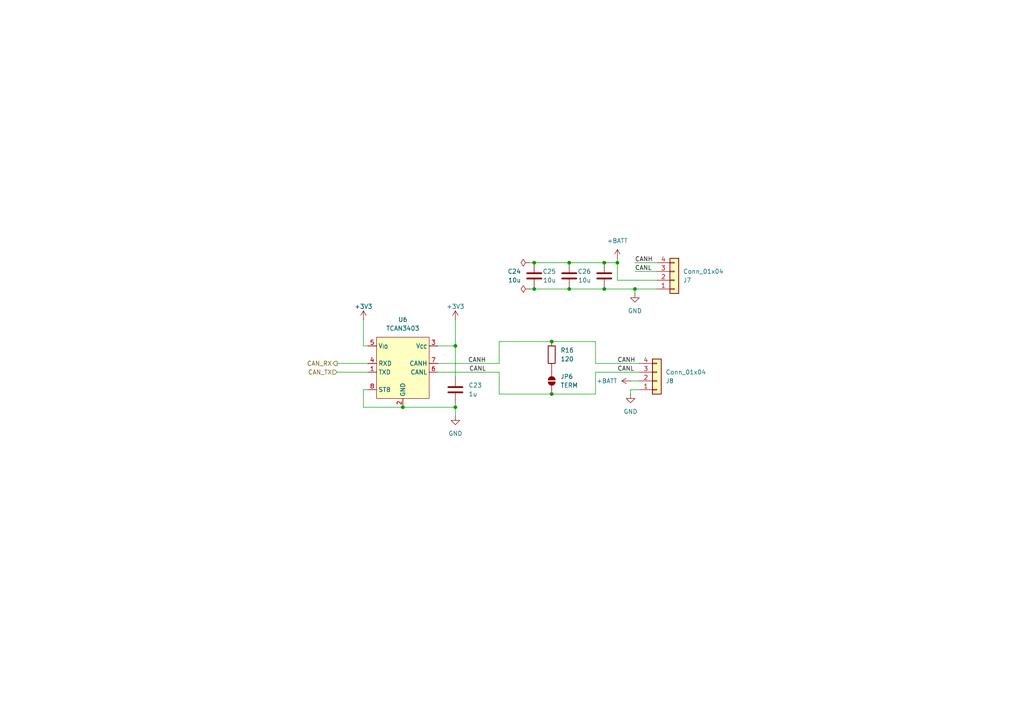
<source format=kicad_sch>
(kicad_sch (version 20250114) (generator "eeschema") (generator_version "9.0")
  (paper "A4")
  (title_block (title "CAN Interface") (date "2025-08-14") (rev "1.0") (company "Savo Bajic") (comment 1 "Pretty basic. eh?"))
  (lib_symbols
    (symbol "Connector_Generic:Conn_01x04" (pin_names (offset 1.016) (hide yes))
      (property "Reference" "J" (at 0 5.08 0))
      (property "Value" "Conn_01x04" (at 0 -7.62 0))
      (symbol "Conn_01x04_1_1"
        (rectangle (start -1.27 3.81) (end 1.27 -6.35) (stroke (width 0.254)) (fill (type background)))
        (rectangle (start -1.27 2.667) (end 0 2.413) (stroke (width 0.1524)))
        (rectangle (start -1.27 0.127) (end 0 -0.127) (stroke (width 0.1524)))
        (rectangle (start -1.27 -2.413) (end 0 -2.667) (stroke (width 0.1524)))
        (rectangle (start -1.27 -4.953) (end 0 -5.207) (stroke (width 0.1524)))
        (pin passive line (at -5.08 2.54 0) (length 3.81) (name "Pin_1") (number "1"))
        (pin passive line (at -5.08 0 0) (length 3.81) (name "Pin_2") (number "2"))
        (pin passive line (at -5.08 -2.54 0) (length 3.81) (name "Pin_3") (number "3"))
        (pin passive line (at -5.08 -5.08 0) (length 3.81) (name "Pin_4") (number "4"))
      )
    )
    (symbol "Device:C" (pin_numbers (hide yes)) (pin_names (offset 0.254))
      (property "Reference" "C" (at 0.635 2.54 0))
      (property "Value" "C" (at 0.635 -2.54 0))
      (symbol "C_0_1"
        (polyline (pts (xy -2.032 0.762) (xy 2.032 0.762)) (stroke (width 0.508)))
        (polyline (pts (xy -2.032 -0.762) (xy 2.032 -0.762)) (stroke (width 0.508)))
      )
      (symbol "C_1_1"
        (pin passive line (at 0 3.81 270) (length 2.794) (name "~") (number "1"))
        (pin passive line (at 0 -3.81 90) (length 2.794) (name "~") (number "2"))
      )
    )
    (symbol "Device:R" (pin_numbers (hide yes)) (pin_names (offset 0))
      (property "Reference" "R" (at 2.032 0 90))
      (property "Value" "R" (at 0 0 90))
      (symbol "R_0_1"
        (rectangle (start -1.016 -2.54) (end 1.016 2.54) (stroke (width 0.254)))
      )
      (symbol "R_1_1"
        (pin passive line (at 0 3.81 270) (length 1.27) (name "~") (number "1"))
        (pin passive line (at 0 -3.81 90) (length 1.27) (name "~") (number "2"))
      )
    )
    (symbol "Jumper:SolderJumper_2_Open" (pin_numbers (hide yes)) (pin_names (offset 0) (hide yes)) (exclude_from_sim yes) (in_bom no)
      (property "Reference" "JP" (at 0 2.032 0))
      (property "Value" "SolderJumper_2_Open" (at 0 -2.54 0))
      (symbol "SolderJumper_2_Open_0_1"
        (polyline (pts (xy -0.254 1.016) (xy -0.254 -1.016)))
        (arc (start -0.254 -1.016) (mid -1.2656 0) (end -0.254 1.016))
        (arc (start -0.254 -1.016) (mid -1.2656 0) (end -0.254 1.016) (fill (type outline)))
        (arc (start 0.254 1.016) (mid 1.2656 0) (end 0.254 -1.016))
        (arc (start 0.254 1.016) (mid 1.2656 0) (end 0.254 -1.016) (fill (type outline)))
        (polyline (pts (xy 0.254 1.016) (xy 0.254 -1.016)))
      )
      (symbol "SolderJumper_2_Open_1_1"
        (pin passive line (at -3.81 0 0) (length 2.54) (name "A") (number "1"))
        (pin passive line (at 3.81 0 180) (length 2.54) (name "B") (number "2"))
      )
    )
    (symbol "power:+3V3" (power) (pin_numbers (hide yes)) (pin_names (offset 0) (hide yes))
      (property "Value" "+3V3" (at 0 3.556 0))
      (symbol "+3V3_0_1"
        (polyline (pts (xy -0.762 1.27) (xy 0 2.54)))
        (polyline (pts (xy 0 2.54) (xy 0.762 1.27)))
        (polyline (pts (xy 0 0) (xy 0 2.54)))
      )
      (symbol "+3V3_1_1"
        (pin power_in line (at 0 0 90) (length 0) (name "~") (number "1"))
      )
    )
    (symbol "power:+BATT" (power) (pin_numbers (hide yes)) (pin_names (offset 0) (hide yes))
      (property "Value" "+BATT" (at 0 3.556 0))
      (symbol "+BATT_0_1"
        (polyline (pts (xy -0.762 1.27) (xy 0 2.54)))
        (polyline (pts (xy 0 2.54) (xy 0.762 1.27)))
        (polyline (pts (xy 0 0) (xy 0 2.54)))
      )
      (symbol "+BATT_1_1"
        (pin power_in line (at 0 0 90) (length 0) (name "~") (number "1"))
      )
    )
    (symbol "power:GND" (power) (pin_numbers (hide yes)) (pin_names (offset 0) (hide yes))
      (property "Value" "GND" (at 0 -3.81 0))
      (symbol "GND_0_1"
        (polyline (pts (xy 0 0) (xy 0 -1.27) (xy 1.27 -1.27) (xy 0 -2.54) (xy -1.27 -1.27) (xy 0 -1.27)))
      )
      (symbol "GND_1_1"
        (pin power_in line (at 0 0 270) (length 0) (name "~") (number "1"))
      )
    )
    (symbol "power:PWR_FLAG" (power) (pin_numbers (hide yes)) (pin_names (offset 0) (hide yes))
      (property "Value" "PWR_FLAG" (at 0 3.81 0))
      (symbol "PWR_FLAG_0_0"
        (pin power_out line (at 0 0 90) (length 0) (name "~") (number "1"))
      )
      (symbol "PWR_FLAG_0_1"
        (polyline (pts (xy 0 0) (xy 0 1.27) (xy -1.016 1.905) (xy 0 2.54) (xy 1.016 1.905) (xy 0 1.27)))
      )
    )
    (symbol "wing_module:TCAN3403"
      (property "Reference" "U" (at 0 12.7 0))
      (property "Value" "TCAN3403" (at 0 10.16 0))
      (symbol "TCAN3403_0_0"
        (pin power_in line (at -10.16 6.35 0) (length 2.54) (name "V_{IO}") (number "5"))
        (pin output line (at -10.16 1.27 0) (length 2.54) (name "RXD") (number "4"))
        (pin input line (at -10.16 -1.27 0) (length 2.54) (name "TXD") (number "1"))
        (pin input line (at -10.16 -6.35 0) (length 2.54) (name "STB") (number "8"))
        (pin power_in line (at 0 -11.43 90) (length 2.54) (name "GND") (number "2"))
        (pin power_in line (at 10.16 6.35 180) (length 2.54) (name "V_{CC}") (number "3"))
        (pin bidirectional line (at 10.16 1.27 180) (length 2.54) (name "CANH") (number "7"))
        (pin bidirectional line (at 10.16 -1.27 180) (length 2.54) (name "CANL") (number "6"))
      )
      (symbol "TCAN3403_1_1"
        (rectangle (start -7.62 8.89) (end 7.62 -8.89) (fill (type background)))
      )
    )
  )
  (junction (at 175.26 76.2))
  (junction (at 154.94 76.2))
  (junction (at 165.1 76.2))
  (junction (at 184.15 83.82))
  (junction (at 175.26 83.82))
  (junction (at 160.02 114.3))
  (junction (at 116.84 118.11))
  (junction (at 132.08 118.11))
  (junction (at 132.08 100.33))
  (junction (at 160.02 99.06))
  (junction (at 154.94 83.82))
  (junction (at 179.07 76.2))
  (junction (at 165.1 83.82))
  (wire (pts (xy 172.72 105.41) (xy 185.42 105.41)))
  (wire (pts (xy 144.78 105.41) (xy 144.78 99.06)))
  (wire (pts (xy 179.07 74.93) (xy 179.07 76.2)))
  (wire (pts (xy 184.15 78.74) (xy 190.5 78.74)))
  (wire (pts (xy 97.79 107.95) (xy 106.68 107.95)))
  (wire (pts (xy 132.08 100.33) (xy 132.08 109.22)))
  (wire (pts (xy 179.07 76.2) (xy 175.26 76.2)))
  (wire (pts (xy 184.15 85.09) (xy 184.15 83.82)))
  (wire (pts (xy 182.88 113.03) (xy 185.42 113.03)))
  (wire (pts (xy 144.78 99.06) (xy 160.02 99.06)))
  (wire (pts (xy 184.15 76.2) (xy 190.5 76.2)))
  (wire (pts (xy 144.78 114.3) (xy 160.02 114.3)))
  (wire (pts (xy 184.15 83.82) (xy 190.5 83.82)))
  (wire (pts (xy 182.88 110.49) (xy 185.42 110.49)))
  (wire (pts (xy 132.08 116.84) (xy 132.08 118.11)))
  (wire (pts (xy 172.72 107.95) (xy 185.42 107.95)))
  (wire (pts (xy 153.67 76.2) (xy 154.94 76.2)))
  (wire (pts (xy 127 107.95) (xy 144.78 107.95)))
  (wire (pts (xy 144.78 114.3) (xy 144.78 107.95)))
  (wire (pts (xy 165.1 76.2) (xy 154.94 76.2)))
  (wire (pts (xy 175.26 76.2) (xy 165.1 76.2)))
  (wire (pts (xy 153.67 83.82) (xy 154.94 83.82)))
  (wire (pts (xy 105.41 118.11) (xy 116.84 118.11)))
  (wire (pts (xy 184.15 83.82) (xy 175.26 83.82)))
  (wire (pts (xy 105.41 113.03) (xy 105.41 118.11)))
  (wire (pts (xy 127 105.41) (xy 144.78 105.41)))
  (wire (pts (xy 132.08 92.71) (xy 132.08 100.33)))
  (wire (pts (xy 172.72 99.06) (xy 172.72 105.41)))
  (wire (pts (xy 175.26 83.82) (xy 165.1 83.82)))
  (wire (pts (xy 172.72 107.95) (xy 172.72 114.3)))
  (wire (pts (xy 172.72 114.3) (xy 160.02 114.3)))
  (wire (pts (xy 97.79 105.41) (xy 106.68 105.41)))
  (wire (pts (xy 165.1 83.82) (xy 154.94 83.82)))
  (wire (pts (xy 105.41 100.33) (xy 106.68 100.33)))
  (wire (pts (xy 160.02 99.06) (xy 172.72 99.06)))
  (wire (pts (xy 105.41 92.71) (xy 105.41 100.33)))
  (wire (pts (xy 182.88 114.3) (xy 182.88 113.03)))
  (wire (pts (xy 132.08 118.11) (xy 116.84 118.11)))
  (wire (pts (xy 105.41 113.03) (xy 106.68 113.03)))
  (wire (pts (xy 179.07 81.28) (xy 190.5 81.28)))
  (wire (pts (xy 132.08 120.65) (xy 132.08 118.11)))
  (wire (pts (xy 179.07 81.28) (xy 179.07 76.2)))
  (wire (pts (xy 127 100.33) (xy 132.08 100.33)))
  (label "CANL" (at 179.07 107.95 0))
  (label "CANL" (at 140.97 107.95 180))
  (label "CANL" (at 184.15 78.74 0))
  (label "CANH" (at 140.97 105.41 180))
  (label "CANH" (at 184.15 76.2 0))
  (label "CANH" (at 179.07 105.41 0))
  (hierarchical_label "CAN_TX" (shape input) (at 97.79 107.95 180))
  (hierarchical_label "CAN_RX" (shape output) (at 97.79 105.41 180))
  (symbol (lib_id "power:+BATT") (at 182.88 110.49 90) (unit 1)
    (property "Reference" "#PWR049" (effects (hide yes)))
    (property "Value" "+BATT" (at 179.07 110.4899 90) (effects (justify left)))
    (property "Description" "Power symbol creates a global label with name \"+BATT\"" (effects (hide yes)))
  )
  (symbol (lib_id "Connector_Generic:Conn_01x04") (at 190.5 110.49 0) (mirror x) (unit 1)
    (property "Reference" "J8" (at 193.04 110.4901 0) (effects (justify left)))
    (property "Value" "Conn_01x04" (at 193.04 107.9501 0) (effects (justify left)))
    (property "Footprint" "Connector_JST:JST_EH_B4B-EH-A_1x04_P2.50mm_Vertical" (effects (hide yes)))
    (property "Description" "Generic connector, single row, 01x04, script generated (kicad-library-utils/schlib/autogen/connector/)" (effects (hide yes)))
    (property "LCSC" "C160258" (effects (hide yes)))
  )
  (symbol (lib_id "Device:C") (at 154.94 80.01 0) (mirror y) (unit 1)
    (property "Reference" "C24" (at 151.13 78.7399 0) (effects (justify left)))
    (property "Value" "10u" (at 151.13 81.2799 0) (effects (justify left)))
    (property "Footprint" "Capacitor_SMD:C_0603_1608Metric" (effects (hide yes)))
    (property "Description" "Unpolarized capacitor" (effects (hide yes)))
    (property "LCSC" "C5360828" (effects (hide yes)))
  )
  (symbol (lib_id "Device:C") (at 175.26 80.01 0) (mirror y) (unit 1)
    (property "Reference" "C26" (at 171.45 78.7399 0) (effects (justify left)))
    (property "Value" "10u" (at 171.45 81.2799 0) (effects (justify left)))
    (property "Footprint" "Capacitor_SMD:C_0603_1608Metric" (effects (hide yes)))
    (property "Description" "Unpolarized capacitor" (effects (hide yes)))
    (property "LCSC" "C5360828" (effects (hide yes)))
  )
  (symbol (lib_id "Device:C") (at 165.1 80.01 0) (mirror y) (unit 1)
    (property "Reference" "C25" (at 161.29 78.7399 0) (effects (justify left)))
    (property "Value" "10u" (at 161.29 81.2799 0) (effects (justify left)))
    (property "Footprint" "Capacitor_SMD:C_0603_1608Metric" (effects (hide yes)))
    (property "Description" "Unpolarized capacitor" (effects (hide yes)))
    (property "LCSC" "C5360828" (effects (hide yes)))
  )
  (symbol (lib_id "Device:C") (at 132.08 113.03 0) (unit 1)
    (property "Reference" "C23" (at 135.89 111.7599 0) (effects (justify left)))
    (property "Value" "1u" (at 135.89 114.2999 0) (effects (justify left)))
    (property "Footprint" "Capacitor_SMD:C_0402_1005Metric" (effects (hide yes)))
    (property "Description" "Unpolarized capacitor" (effects (hide yes)))
    (property "LCSC" "C52923" (effects (hide yes)))
  )
  (symbol (lib_id "Jumper:SolderJumper_2_Open") (at 160.02 110.49 90) (mirror x) (unit 1) (in_bom no)
    (property "Reference" "JP6" (at 162.56 109.2199 90) (effects (justify right)))
    (property "Value" "TERM" (at 162.56 111.7599 90) (effects (justify right)))
    (property "Footprint" "Jumper:SolderJumper-2_P1.3mm_Open_TrianglePad1.0x1.5mm" (effects (hide yes)))
    (property "Description" "Solder Jumper, 2-pole, open" (effects (hide yes)))
    (property "LCSC" "N/A" (effects (hide yes)))
  )
  (symbol (lib_id "power:GND") (at 132.08 120.65 0) (unit 1)
    (property "Reference" "#PWR048" (effects (hide yes)))
    (property "Value" "GND" (at 132.08 125.73 0))
    (property "Description" "Power symbol creates a global label with name \"GND\" , ground" (effects (hide yes)))
  )
  (symbol (lib_id "power:PWR_FLAG") (at 153.67 76.2 90) (unit 1)
    (property "Reference" "#FLG02" (effects (hide yes)))
    (property "Value" "PWR_FLAG" (effects (hide yes)))
    (property "Description" "Special symbol for telling ERC where power comes from" (effects (hide yes)))
  )
  (symbol (lib_id "power:+3V3") (at 105.41 92.71 0) (unit 1)
    (property "Reference" "#PWR046" (effects (hide yes)))
    (property "Value" "+3V3" (at 105.41 88.9 0))
    (property "Description" "Power symbol creates a global label with name \"+3V3\"" (effects (hide yes)))
  )
  (symbol (lib_id "power:PWR_FLAG") (at 153.67 83.82 90) (unit 1)
    (property "Reference" "#FLG03" (effects (hide yes)))
    (property "Value" "PWR_FLAG" (effects (hide yes)))
    (property "Description" "Special symbol for telling ERC where power comes from" (effects (hide yes)))
  )
  (symbol (lib_id "Device:R") (at 160.02 102.87 0) (unit 1)
    (property "Reference" "R16" (at 162.56 101.5999 0) (effects (justify left)))
    (property "Value" "120" (at 162.56 104.1399 0) (effects (justify left)))
    (property "Footprint" "Resistor_SMD:R_0402_1005Metric" (effects (hide yes)))
    (property "Description" "Resistor" (effects (hide yes)))
    (property "LCSC" "C25079" (effects (hide yes)))
  )
  (symbol (lib_id "power:GND") (at 182.88 114.3 0) (unit 1)
    (property "Reference" "#PWR050" (effects (hide yes)))
    (property "Value" "GND" (at 182.88 119.38 0))
    (property "Description" "Power symbol creates a global label with name \"GND\" , ground" (effects (hide yes)))
  )
  (symbol (lib_id "Connector_Generic:Conn_01x04") (at 195.58 81.28 0) (mirror x) (unit 1)
    (property "Reference" "J7" (at 198.12 81.2801 0) (effects (justify left)))
    (property "Value" "Conn_01x04" (at 198.12 78.7401 0) (effects (justify left)))
    (property "Footprint" "Connector_JST:JST_EH_B4B-EH-A_1x04_P2.50mm_Vertical" (effects (hide yes)))
    (property "Description" "Generic connector, single row, 01x04, script generated (kicad-library-utils/schlib/autogen/connector/)" (effects (hide yes)))
    (property "LCSC" "C160258" (effects (hide yes)))
  )
  (symbol (lib_id "power:+3V3") (at 132.08 92.71 0) (unit 1)
    (property "Reference" "#PWR047" (effects (hide yes)))
    (property "Value" "+3V3" (at 132.08 88.9 0))
    (property "Description" "Power symbol creates a global label with name \"+3V3\"" (effects (hide yes)))
  )
  (symbol (lib_id "wing_module:TCAN3403") (at 116.84 106.68 0) (unit 1)
    (property "Reference" "U6" (at 116.84 92.71 0))
    (property "Value" "TCAN3403" (at 116.84 95.25 0))
    (property "Footprint" "Package_TO_SOT_SMD:TSOT-23-8" (effects (hide yes)))
    (property "Datasheet" "https://www.ti.com.cn/cn/lit/ds/symlink/tcan3403-q1.pdf" (effects (hide yes)))
    (property "Description" "TCAN340x-Q1 3.3V Automotive CAN FD Transceivers with Standby Mode and ±58V bus Standoff" (effects (hide yes)))
    (property "LCSC" "C35926232" (effects (hide yes)))
  )
  (symbol (lib_id "power:+BATT") (at 179.07 74.93 0) (unit 1)
    (property "Reference" "#PWR051" (effects (hide yes)))
    (property "Value" "+BATT" (at 179.07 69.85 0))
    (property "Description" "Power symbol creates a global label with name \"+BATT\"" (effects (hide yes)))
  )
  (symbol (lib_id "power:GND") (at 184.15 85.09 0) (unit 1)
    (property "Reference" "#PWR052" (effects (hide yes)))
    (property "Value" "GND" (at 184.15 90.17 0))
    (property "Description" "Power symbol creates a global label with name \"GND\" , ground" (effects (hide yes)))
  )
)
</source>
